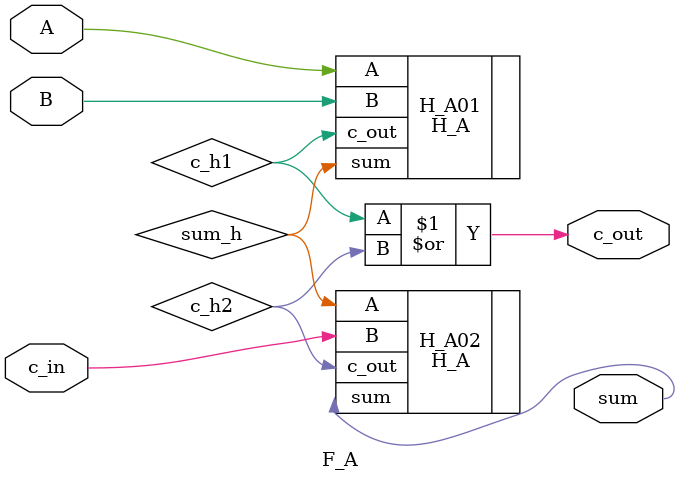
<source format=v>
`timescale 1ps/1ps


module F_A (

    input A,

    input B,

    input c_in,

    output sum,

    output c_out

);

    wire sum_h;

    wire c_h1;

    wire c_h2;



    H_A H_A01(.A(A), .B(B), .sum(sum_h), .c_out(c_h1));

    H_A H_A02(.A(sum_h), .B(c_in), .sum(sum), .c_out(c_h2));



    assign c_out = c_h1 | c_h2;

endmodule

</source>
